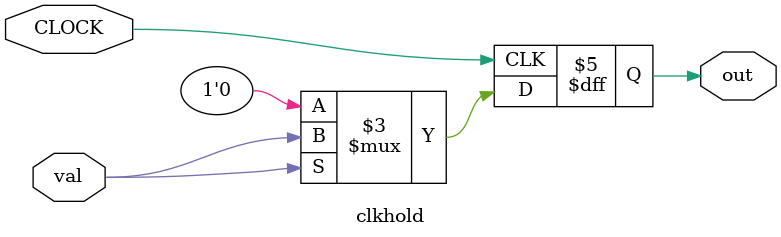
<source format=v>

module clkhold(
			input wire val,
			input wire CLOCK,
			output reg out			
		);
		
		
		always @(posedge CLOCK) begin
			if(val) begin
				out=val;
			end else begin
				out=0;
			end
		end
	endmodule
</source>
